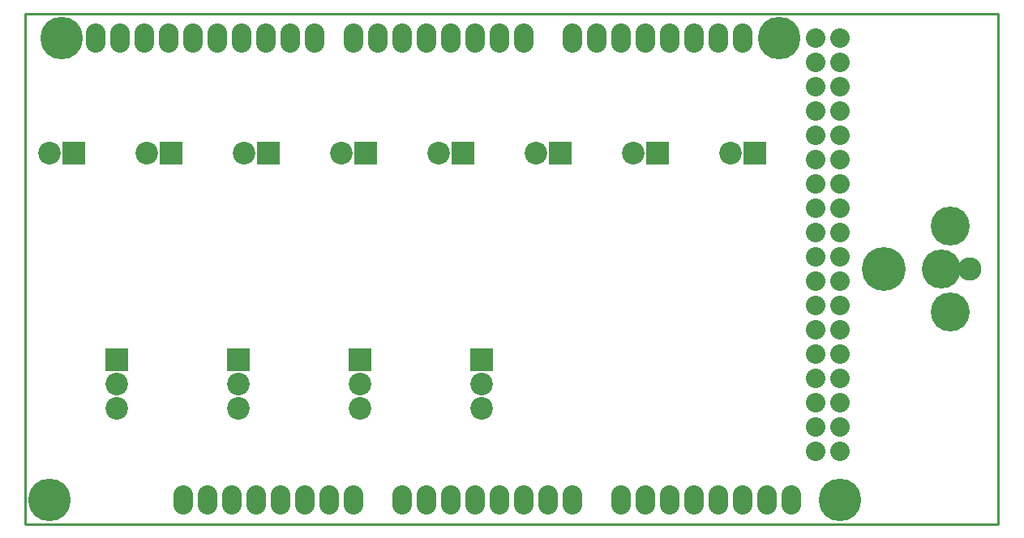
<source format=gbs>
G04 (created by PCBNEW-RS274X (2011-05-25)-stable) date Wed 08 May 2013 01:19:30 PM EDT*
G01*
G70*
G90*
%MOIN*%
G04 Gerber Fmt 3.4, Leading zero omitted, Abs format*
%FSLAX34Y34*%
G04 APERTURE LIST*
%ADD10C,0.006000*%
%ADD11C,0.009000*%
%ADD12C,0.096000*%
%ADD13C,0.160000*%
%ADD14C,0.180000*%
%ADD15C,0.175000*%
%ADD16O,0.080000X0.120000*%
%ADD17C,0.080000*%
%ADD18C,0.093000*%
%ADD19R,0.093000X0.093000*%
G04 APERTURE END LIST*
G54D10*
G54D11*
X89500Y-30500D02*
X49500Y-30500D01*
X89500Y-51500D02*
X89500Y-30500D01*
X49500Y-51500D02*
X89500Y-51500D01*
X49500Y-30500D02*
X49500Y-51500D01*
G54D12*
X88320Y-41000D03*
G54D13*
X87140Y-41000D03*
G54D14*
X84780Y-41000D03*
G54D13*
X87530Y-39230D03*
X87530Y-42770D03*
G54D15*
X50500Y-50500D03*
X51000Y-31500D03*
X83000Y-50500D03*
X80500Y-31500D03*
G54D16*
X56000Y-50500D03*
X57000Y-50500D03*
X58000Y-50500D03*
X59000Y-50500D03*
X60000Y-50500D03*
X61000Y-50500D03*
X62000Y-50500D03*
X63000Y-50500D03*
X65000Y-50500D03*
X66000Y-50500D03*
X67000Y-50500D03*
X68000Y-50500D03*
X69000Y-50500D03*
X70000Y-50500D03*
X71000Y-50500D03*
X72000Y-50500D03*
X74000Y-50500D03*
X75000Y-50500D03*
X76000Y-50500D03*
X77000Y-50500D03*
X78000Y-50500D03*
X79000Y-50500D03*
X80000Y-50500D03*
X81000Y-50500D03*
X52400Y-31500D03*
X53400Y-31500D03*
X54400Y-31500D03*
X55400Y-31500D03*
X56400Y-31500D03*
X57400Y-31500D03*
X58400Y-31500D03*
X59400Y-31500D03*
X60400Y-31500D03*
X61400Y-31500D03*
X63000Y-31500D03*
X70000Y-31500D03*
X69000Y-31500D03*
X68000Y-31500D03*
X67000Y-31500D03*
X66000Y-31500D03*
X65000Y-31500D03*
X64000Y-31500D03*
X72000Y-31500D03*
X73000Y-31500D03*
X74000Y-31500D03*
X75000Y-31500D03*
X76000Y-31500D03*
X77000Y-31500D03*
X78000Y-31500D03*
X79000Y-31500D03*
G54D17*
X82000Y-31500D03*
X83000Y-31500D03*
X82000Y-32500D03*
X83000Y-32500D03*
X82000Y-33500D03*
X83000Y-33500D03*
X82000Y-34500D03*
X83000Y-34500D03*
X82000Y-35500D03*
X83000Y-35500D03*
X82000Y-36500D03*
X83000Y-36500D03*
X82000Y-37500D03*
X83000Y-37500D03*
X82000Y-38500D03*
X83000Y-38500D03*
X82000Y-39500D03*
X83000Y-39500D03*
X82000Y-40500D03*
X83000Y-40500D03*
X82000Y-41500D03*
X83000Y-41500D03*
X82000Y-42500D03*
X83000Y-42500D03*
X82000Y-43500D03*
X83000Y-43500D03*
X82000Y-44500D03*
X83000Y-44500D03*
X82000Y-45500D03*
X83000Y-45500D03*
X82000Y-46500D03*
X83000Y-46500D03*
X82000Y-47500D03*
X83000Y-47500D03*
X82000Y-48500D03*
X83000Y-48500D03*
G54D18*
X63250Y-45750D03*
X63250Y-46750D03*
G54D19*
X63250Y-44750D03*
G54D18*
X68250Y-45750D03*
X68250Y-46750D03*
G54D19*
X68250Y-44750D03*
G54D18*
X58250Y-45750D03*
X58250Y-46750D03*
G54D19*
X58250Y-44750D03*
G54D18*
X53250Y-45750D03*
X53250Y-46750D03*
G54D19*
X53250Y-44750D03*
G54D18*
X50500Y-36250D03*
G54D19*
X51500Y-36250D03*
G54D18*
X54500Y-36250D03*
G54D19*
X55500Y-36250D03*
G54D18*
X58500Y-36250D03*
G54D19*
X59500Y-36250D03*
G54D18*
X62500Y-36250D03*
G54D19*
X63500Y-36250D03*
G54D18*
X66500Y-36250D03*
G54D19*
X67500Y-36250D03*
G54D18*
X70500Y-36250D03*
G54D19*
X71500Y-36250D03*
G54D18*
X74500Y-36250D03*
G54D19*
X75500Y-36250D03*
G54D18*
X78500Y-36250D03*
G54D19*
X79500Y-36250D03*
M02*

</source>
